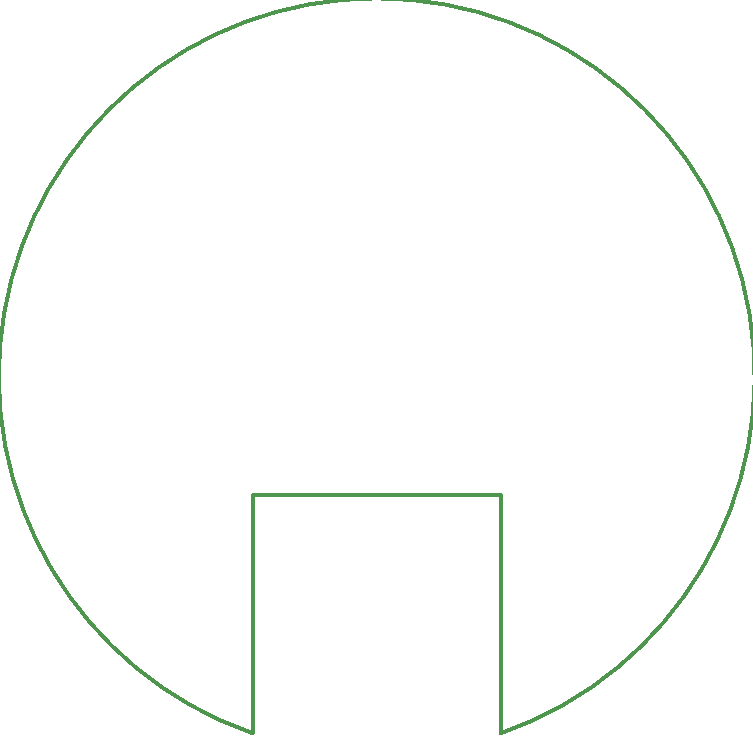
<source format=gbr>
G04 #@! TF.GenerationSoftware,KiCad,Pcbnew,(5.1.2)-2*
G04 #@! TF.CreationDate,2019-10-20T14:27:08-03:00*
G04 #@! TF.ProjectId,placa_potencia,706c6163-615f-4706-9f74-656e6369612e,rev?*
G04 #@! TF.SameCoordinates,Original*
G04 #@! TF.FileFunction,Profile,NP*
%FSLAX46Y46*%
G04 Gerber Fmt 4.6, Leading zero omitted, Abs format (unit mm)*
G04 Created by KiCad (PCBNEW (5.1.2)-2) date 2019-10-20 14:27:08*
%MOMM*%
%LPD*%
G04 APERTURE LIST*
%ADD10C,0.300000*%
G04 APERTURE END LIST*
D10*
X74110062Y-99648657D02*
X74110062Y-79435136D01*
X95110062Y-79435136D02*
X95110062Y-99648657D01*
X74110062Y-79435136D02*
X95110062Y-79435136D01*
X74110062Y-99648657D02*
G75*
G02X95110062Y-99648657I10500000J30228298D01*
G01*
M02*

</source>
